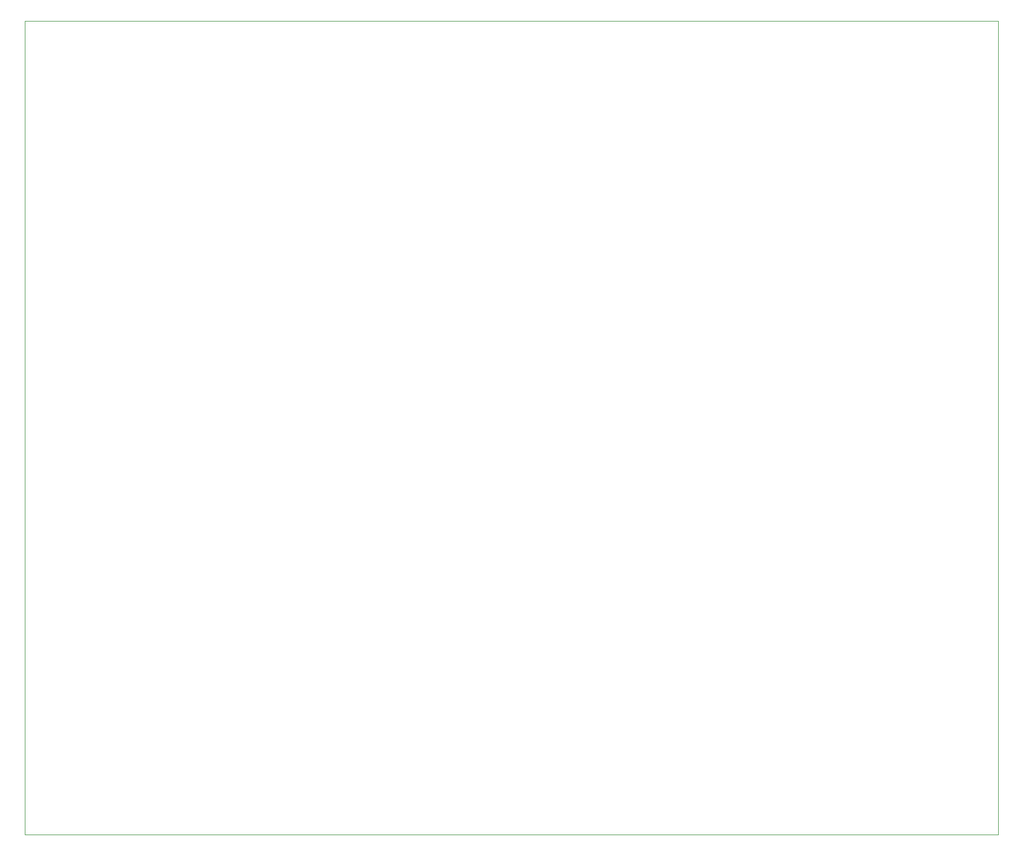
<source format=gbr>
%TF.GenerationSoftware,KiCad,Pcbnew,9.0.2+dfsg-1*%
%TF.CreationDate,2025-07-12T21:44:10+01:00*%
%TF.ProjectId,low-noise-power-probe-panel,6c6f772d-6e6f-4697-9365-2d706f776572,rev?*%
%TF.SameCoordinates,Original*%
%TF.FileFunction,Profile,NP*%
%FSLAX46Y46*%
G04 Gerber Fmt 4.6, Leading zero omitted, Abs format (unit mm)*
G04 Created by KiCad (PCBNEW 9.0.2+dfsg-1) date 2025-07-12 21:44:10*
%MOMM*%
%LPD*%
G01*
G04 APERTURE LIST*
%TA.AperFunction,Profile*%
%ADD10C,0.100000*%
%TD*%
G04 APERTURE END LIST*
D10*
X284687752Y-144799999D02*
X284698754Y-144799729D01*
X135312247Y-20000000D02*
X135301245Y-20000270D01*
X284687727Y-20000000D02*
X135312272Y-20000000D01*
X135300270Y-20001245D02*
X135300000Y-20012247D01*
X284698754Y-20000270D02*
X284687752Y-20000000D01*
X284699999Y-20012247D02*
X284699729Y-20001245D01*
X135300000Y-144787752D02*
X135300270Y-144798754D01*
X284699729Y-144798754D02*
X284699999Y-144787752D01*
X135300000Y-20012272D02*
X135300000Y-144787727D01*
X135301245Y-144799729D02*
X135312247Y-144799999D01*
X284700000Y-144787727D02*
X284700000Y-20012272D01*
X135312272Y-144800000D02*
X284687727Y-144800000D01*
M02*

</source>
